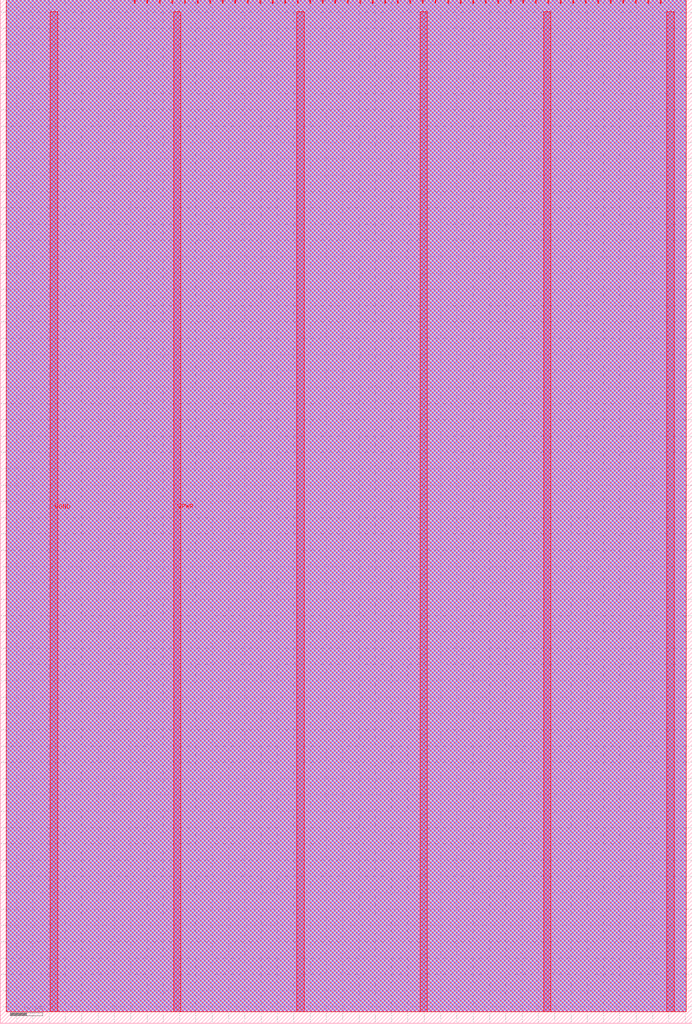
<source format=lef>
VERSION 5.8 ;
BUSBITCHARS "[]" ;
DIVIDERCHAR "/" ;
UNITS
    DATABASE MICRONS 1000 ;
END UNITS

VIA tt_um_a1k0n_demo_via1_2_2200_440_1_5_410_410
  VIARULE via1Array ;
  CUTSIZE 0.19 0.19 ;
  LAYERS Metal1 Via1 Metal2 ;
  CUTSPACING 0.22 0.22 ;
  ENCLOSURE 0.01 0.125 0.05 0.005 ;
  ROWCOL 1 5 ;
END tt_um_a1k0n_demo_via1_2_2200_440_1_5_410_410

VIA tt_um_a1k0n_demo_via2_3_2200_440_1_5_410_410
  VIARULE via2Array ;
  CUTSIZE 0.19 0.19 ;
  LAYERS Metal2 Via2 Metal3 ;
  CUTSPACING 0.22 0.22 ;
  ENCLOSURE 0.05 0.005 0.005 0.05 ;
  ROWCOL 1 5 ;
END tt_um_a1k0n_demo_via2_3_2200_440_1_5_410_410

VIA tt_um_a1k0n_demo_via3_4_2200_440_1_5_410_410
  VIARULE via3Array ;
  CUTSIZE 0.19 0.19 ;
  LAYERS Metal3 Via3 Metal4 ;
  CUTSPACING 0.22 0.22 ;
  ENCLOSURE 0.005 0.05 0.05 0.005 ;
  ROWCOL 1 5 ;
END tt_um_a1k0n_demo_via3_4_2200_440_1_5_410_410

VIA tt_um_a1k0n_demo_via4_5_2200_440_1_5_410_410
  VIARULE via4Array ;
  CUTSIZE 0.19 0.19 ;
  LAYERS Metal4 Via4 Metal5 ;
  CUTSPACING 0.22 0.22 ;
  ENCLOSURE 0.05 0.005 0.185 0.05 ;
  ROWCOL 1 5 ;
END tt_um_a1k0n_demo_via4_5_2200_440_1_5_410_410

MACRO tt_um_a1k0n_demo
  FOREIGN tt_um_a1k0n_demo 0 0 ;
  CLASS BLOCK ;
  SIZE 212.16 BY 313.74 ;
  PIN clk
    DIRECTION INPUT ;
    USE SIGNAL ;
    PORT
      LAYER Metal5 ;
        RECT  198.57 312.74 198.87 313.74 ;
    END
  END clk
  PIN ena
    DIRECTION INPUT ;
    USE SIGNAL ;
    PORT
      LAYER Metal5 ;
        RECT  202.41 312.74 202.71 313.74 ;
    END
  END ena
  PIN rst_n
    DIRECTION INPUT ;
    USE SIGNAL ;
    PORT
      LAYER Metal5 ;
        RECT  194.73 312.74 195.03 313.74 ;
    END
  END rst_n
  PIN ui_in[0]
    DIRECTION INPUT ;
    USE SIGNAL ;
    PORT
      LAYER Metal5 ;
        RECT  190.89 312.74 191.19 313.74 ;
    END
  END ui_in[0]
  PIN ui_in[1]
    DIRECTION INPUT ;
    USE SIGNAL ;
    PORT
      LAYER Metal5 ;
        RECT  187.05 312.74 187.35 313.74 ;
    END
  END ui_in[1]
  PIN ui_in[2]
    DIRECTION INPUT ;
    USE SIGNAL ;
    PORT
      LAYER Metal5 ;
        RECT  183.21 312.74 183.51 313.74 ;
    END
  END ui_in[2]
  PIN ui_in[3]
    DIRECTION INPUT ;
    USE SIGNAL ;
    PORT
      LAYER Metal5 ;
        RECT  179.37 312.74 179.67 313.74 ;
    END
  END ui_in[3]
  PIN ui_in[4]
    DIRECTION INPUT ;
    USE SIGNAL ;
    PORT
      LAYER Metal5 ;
        RECT  175.53 312.74 175.83 313.74 ;
    END
  END ui_in[4]
  PIN ui_in[5]
    DIRECTION INPUT ;
    USE SIGNAL ;
    PORT
      LAYER Metal5 ;
        RECT  171.69 312.74 171.99 313.74 ;
    END
  END ui_in[5]
  PIN ui_in[6]
    DIRECTION INPUT ;
    USE SIGNAL ;
    PORT
      LAYER Metal5 ;
        RECT  167.85 312.74 168.15 313.74 ;
    END
  END ui_in[6]
  PIN ui_in[7]
    DIRECTION INPUT ;
    USE SIGNAL ;
    PORT
      LAYER Metal5 ;
        RECT  164.01 312.74 164.31 313.74 ;
    END
  END ui_in[7]
  PIN uio_in[0]
    DIRECTION INPUT ;
    USE SIGNAL ;
    PORT
      LAYER Metal5 ;
        RECT  160.17 312.74 160.47 313.74 ;
    END
  END uio_in[0]
  PIN uio_in[1]
    DIRECTION INPUT ;
    USE SIGNAL ;
    PORT
      LAYER Metal5 ;
        RECT  156.33 312.74 156.63 313.74 ;
    END
  END uio_in[1]
  PIN uio_in[2]
    DIRECTION INPUT ;
    USE SIGNAL ;
    PORT
      LAYER Metal5 ;
        RECT  152.49 312.74 152.79 313.74 ;
    END
  END uio_in[2]
  PIN uio_in[3]
    DIRECTION INPUT ;
    USE SIGNAL ;
    PORT
      LAYER Metal5 ;
        RECT  148.65 312.74 148.95 313.74 ;
    END
  END uio_in[3]
  PIN uio_in[4]
    DIRECTION INPUT ;
    USE SIGNAL ;
    PORT
      LAYER Metal5 ;
        RECT  144.81 312.74 145.11 313.74 ;
    END
  END uio_in[4]
  PIN uio_in[5]
    DIRECTION INPUT ;
    USE SIGNAL ;
    PORT
      LAYER Metal5 ;
        RECT  140.97 312.74 141.27 313.74 ;
    END
  END uio_in[5]
  PIN uio_in[6]
    DIRECTION INPUT ;
    USE SIGNAL ;
    PORT
      LAYER Metal5 ;
        RECT  137.13 312.74 137.43 313.74 ;
    END
  END uio_in[6]
  PIN uio_in[7]
    DIRECTION INPUT ;
    USE SIGNAL ;
    PORT
      LAYER Metal5 ;
        RECT  133.29 312.74 133.59 313.74 ;
    END
  END uio_in[7]
  PIN uio_oe[0]
    DIRECTION OUTPUT ;
    USE SIGNAL ;
    PORT
      LAYER Metal5 ;
        RECT  68.01 312.74 68.31 313.74 ;
    END
  END uio_oe[0]
  PIN uio_oe[1]
    DIRECTION OUTPUT ;
    USE SIGNAL ;
    PORT
      LAYER Metal5 ;
        RECT  64.17 312.74 64.47 313.74 ;
    END
  END uio_oe[1]
  PIN uio_oe[2]
    DIRECTION OUTPUT ;
    USE SIGNAL ;
    PORT
      LAYER Metal5 ;
        RECT  60.33 312.74 60.63 313.74 ;
    END
  END uio_oe[2]
  PIN uio_oe[3]
    DIRECTION OUTPUT ;
    USE SIGNAL ;
    PORT
      LAYER Metal5 ;
        RECT  56.49 312.74 56.79 313.74 ;
    END
  END uio_oe[3]
  PIN uio_oe[4]
    DIRECTION OUTPUT ;
    USE SIGNAL ;
    PORT
      LAYER Metal5 ;
        RECT  52.65 312.74 52.95 313.74 ;
    END
  END uio_oe[4]
  PIN uio_oe[5]
    DIRECTION OUTPUT ;
    USE SIGNAL ;
    PORT
      LAYER Metal5 ;
        RECT  48.81 312.74 49.11 313.74 ;
    END
  END uio_oe[5]
  PIN uio_oe[6]
    DIRECTION OUTPUT ;
    USE SIGNAL ;
    PORT
      LAYER Metal5 ;
        RECT  44.97 312.74 45.27 313.74 ;
    END
  END uio_oe[6]
  PIN uio_oe[7]
    DIRECTION OUTPUT ;
    USE SIGNAL ;
    PORT
      LAYER Metal5 ;
        RECT  41.13 312.74 41.43 313.74 ;
    END
  END uio_oe[7]
  PIN uio_out[0]
    DIRECTION OUTPUT ;
    USE SIGNAL ;
    PORT
      LAYER Metal5 ;
        RECT  98.73 312.74 99.03 313.74 ;
    END
  END uio_out[0]
  PIN uio_out[1]
    DIRECTION OUTPUT ;
    USE SIGNAL ;
    PORT
      LAYER Metal5 ;
        RECT  94.89 312.74 95.19 313.74 ;
    END
  END uio_out[1]
  PIN uio_out[2]
    DIRECTION OUTPUT ;
    USE SIGNAL ;
    PORT
      LAYER Metal5 ;
        RECT  91.05 312.74 91.35 313.74 ;
    END
  END uio_out[2]
  PIN uio_out[3]
    DIRECTION OUTPUT ;
    USE SIGNAL ;
    PORT
      LAYER Metal5 ;
        RECT  87.21 312.74 87.51 313.74 ;
    END
  END uio_out[3]
  PIN uio_out[4]
    DIRECTION OUTPUT ;
    USE SIGNAL ;
    PORT
      LAYER Metal5 ;
        RECT  83.37 312.74 83.67 313.74 ;
    END
  END uio_out[4]
  PIN uio_out[5]
    DIRECTION OUTPUT ;
    USE SIGNAL ;
    PORT
      LAYER Metal5 ;
        RECT  79.53 312.74 79.83 313.74 ;
    END
  END uio_out[5]
  PIN uio_out[6]
    DIRECTION OUTPUT ;
    USE SIGNAL ;
    PORT
      LAYER Metal5 ;
        RECT  75.69 312.74 75.99 313.74 ;
    END
  END uio_out[6]
  PIN uio_out[7]
    DIRECTION OUTPUT ;
    USE SIGNAL ;
    PORT
      LAYER Metal5 ;
        RECT  71.85 312.74 72.15 313.74 ;
    END
  END uio_out[7]
  PIN uo_out[0]
    DIRECTION OUTPUT ;
    USE SIGNAL ;
    PORT
      LAYER Metal5 ;
        RECT  129.45 312.74 129.75 313.74 ;
    END
  END uo_out[0]
  PIN uo_out[1]
    DIRECTION OUTPUT ;
    USE SIGNAL ;
    PORT
      LAYER Metal5 ;
        RECT  125.61 312.74 125.91 313.74 ;
    END
  END uo_out[1]
  PIN uo_out[2]
    DIRECTION OUTPUT ;
    USE SIGNAL ;
    PORT
      LAYER Metal5 ;
        RECT  121.77 312.74 122.07 313.74 ;
    END
  END uo_out[2]
  PIN uo_out[3]
    DIRECTION OUTPUT ;
    USE SIGNAL ;
    PORT
      LAYER Metal5 ;
        RECT  117.93 312.74 118.23 313.74 ;
    END
  END uo_out[3]
  PIN uo_out[4]
    DIRECTION OUTPUT ;
    USE SIGNAL ;
    PORT
      LAYER Metal5 ;
        RECT  114.09 312.74 114.39 313.74 ;
    END
  END uo_out[4]
  PIN uo_out[5]
    DIRECTION OUTPUT ;
    USE SIGNAL ;
    PORT
      LAYER Metal5 ;
        RECT  110.25 312.74 110.55 313.74 ;
    END
  END uo_out[5]
  PIN uo_out[6]
    DIRECTION OUTPUT ;
    USE SIGNAL ;
    PORT
      LAYER Metal5 ;
        RECT  106.41 312.74 106.71 313.74 ;
    END
  END uo_out[6]
  PIN uo_out[7]
    DIRECTION OUTPUT ;
    USE SIGNAL ;
    PORT
      LAYER Metal5 ;
        RECT  102.57 312.74 102.87 313.74 ;
    END
  END uo_out[7]
  PIN VGND
    DIRECTION INOUT ;
    USE GROUND ;
    PORT
      LAYER Metal5 ;
        RECT  166.58 3.56 168.78 310.18 ;
        RECT  90.98 3.56 93.18 310.18 ;
        RECT  15.38 3.56 17.58 310.18 ;
    END
  END VGND
  PIN VPWR
    DIRECTION INOUT ;
    USE POWER ;
    PORT
      LAYER Metal5 ;
        RECT  204.38 3.56 206.58 310.18 ;
        RECT  128.78 3.56 130.98 310.18 ;
        RECT  53.18 3.56 55.38 310.18 ;
    END
  END VPWR
  OBS
    LAYER Metal1 ;
     RECT  1.775 3.56 210.385 313.74 ;
    LAYER Metal2 ;
     RECT  1.775 3.56 210.385 313.74 ;
    LAYER Metal3 ;
     RECT  1.775 3.56 210.385 313.74 ;
    LAYER Metal4 ;
     RECT  1.775 3.56 210.385 313.74 ;
    LAYER Metal5 ;
     RECT  1.775 3.56 210.385 313.74 ;
  END
END tt_um_a1k0n_demo
END LIBRARY

</source>
